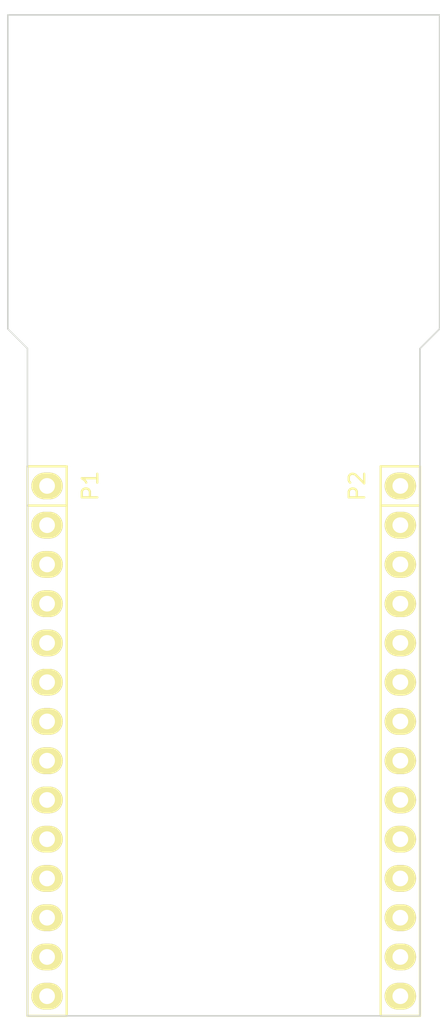
<source format=kicad_pcb>
(kicad_pcb (version 4) (host pcbnew "(2015-03-25 BZR 5536)-product")

  (general
    (links 2)
    (no_connects 2)
    (area 127.457999 61.011999 155.498001 127.481001)
    (thickness 1.6)
    (drawings 30)
    (tracks 0)
    (zones 0)
    (modules 2)
    (nets 27)
  )

  (page A4)
  (title_block
    (date "sam. 04 avril 2015")
  )

  (layers
    (0 F.Cu signal)
    (31 B.Cu signal)
    (32 B.Adhes user)
    (33 F.Adhes user)
    (34 B.Paste user)
    (35 F.Paste user)
    (36 B.SilkS user)
    (37 F.SilkS user)
    (38 B.Mask user)
    (39 F.Mask user)
    (40 Dwgs.User user)
    (41 Cmts.User user)
    (42 Eco1.User user)
    (43 Eco2.User user)
    (44 Edge.Cuts user)
    (45 Margin user)
    (46 B.CrtYd user)
    (47 F.CrtYd user)
    (48 B.Fab user)
    (49 F.Fab user)
  )

  (setup
    (last_trace_width 0.25)
    (trace_clearance 0.2)
    (zone_clearance 0.508)
    (zone_45_only no)
    (trace_min 0.2)
    (segment_width 0.15)
    (edge_width 0.1)
    (via_size 0.6)
    (via_drill 0.4)
    (via_min_size 0.4)
    (via_min_drill 0.3)
    (uvia_size 0.3)
    (uvia_drill 0.1)
    (uvias_allowed no)
    (uvia_min_size 0.2)
    (uvia_min_drill 0.1)
    (pcb_text_width 0.3)
    (pcb_text_size 1.5 1.5)
    (mod_edge_width 0.15)
    (mod_text_size 1 1)
    (mod_text_width 0.15)
    (pad_size 1.5 1.5)
    (pad_drill 0.6)
    (pad_to_mask_clearance 0)
    (aux_axis_origin 128.778 126.746)
    (visible_elements FFFFFF7F)
    (pcbplotparams
      (layerselection 0x00030_80000001)
      (usegerberextensions false)
      (excludeedgelayer true)
      (linewidth 0.100000)
      (plotframeref false)
      (viasonmask false)
      (mode 1)
      (useauxorigin false)
      (hpglpennumber 1)
      (hpglpenspeed 20)
      (hpglpendiameter 15)
      (hpglpenoverlay 2)
      (psnegative false)
      (psa4output false)
      (plotreference true)
      (plotvalue true)
      (plotinvisibletext false)
      (padsonsilk false)
      (subtractmaskfromsilk false)
      (outputformat 1)
      (mirror false)
      (drillshape 1)
      (scaleselection 1)
      (outputdirectory ""))
  )

  (net 0 "")
  (net 1 +3.3V)
  (net 2 GND)
  (net 3 /2)
  (net 4 "/3(**)")
  (net 5 /4)
  (net 6 "/5(**)")
  (net 7 "/6(**)")
  (net 8 /7)
  (net 9 /8)
  (net 10 "/9(**)")
  (net 11 "/10(**/SCK)")
  (net 12 "/11(**/MOSI)")
  (net 13 "/12(MISO)")
  (net 14 "/13(SS)")
  (net 15 /AREF)
  (net 16 /RxI)
  (net 17 /TxO)
  (net 18 /DTR)
  (net 19 /A0)
  (net 20 /A1)
  (net 21 /A2)
  (net 22 /A3)
  (net 23 "/A4(SDA)")
  (net 24 "/A5(SCL)")
  (net 25 /A6)
  (net 26 /A7)

  (net_class Default "This is the default net class."
    (clearance 0.2)
    (trace_width 0.25)
    (via_dia 0.6)
    (via_drill 0.4)
    (uvia_dia 0.3)
    (uvia_drill 0.1)
    (add_net +3.3V)
    (add_net "/10(**/SCK)")
    (add_net "/11(**/MOSI)")
    (add_net "/12(MISO)")
    (add_net "/13(SS)")
    (add_net /2)
    (add_net "/3(**)")
    (add_net /4)
    (add_net "/5(**)")
    (add_net "/6(**)")
    (add_net /7)
    (add_net /8)
    (add_net "/9(**)")
    (add_net /A0)
    (add_net /A1)
    (add_net /A2)
    (add_net /A3)
    (add_net "/A4(SDA)")
    (add_net "/A5(SCL)")
    (add_net /A6)
    (add_net /A7)
    (add_net /AREF)
    (add_net /DTR)
    (add_net /RxI)
    (add_net /TxO)
    (add_net GND)
  )

  (module Socket_Arduino_Fio:Socket_Strip_Straight_1x14 (layer F.Cu) (tedit 551FD5D4) (tstamp 551FD256)
    (at 130.048 92.456 270)
    (descr "Through hole socket strip")
    (tags "socket strip")
    (path /551FCE8A)
    (fp_text reference P1 (at 0 -2.794 270) (layer F.SilkS)
      (effects (font (size 1 1) (thickness 0.15)))
    )
    (fp_text value Digital (at 3.81 -2.794 270) (layer F.Fab)
      (effects (font (size 1 1) (thickness 0.15)))
    )
    (fp_line (start -1.27 -1.27) (end -1.27 1.27) (layer F.SilkS) (width 0.15))
    (fp_line (start -1.27 1.27) (end 1.27 1.27) (layer F.SilkS) (width 0.15))
    (fp_line (start -1.27 -1.27) (end 1.27 -1.27) (layer F.SilkS) (width 0.15))
    (fp_line (start -1.75 -1.75) (end -1.75 1.75) (layer F.CrtYd) (width 0.05))
    (fp_line (start 34.8 -1.75) (end 34.8 1.75) (layer F.CrtYd) (width 0.05))
    (fp_line (start -1.75 -1.75) (end 34.8 -1.75) (layer F.CrtYd) (width 0.05))
    (fp_line (start -1.75 1.75) (end 34.8 1.75) (layer F.CrtYd) (width 0.05))
    (fp_line (start 1.27 -1.27) (end 34.29 -1.27) (layer F.SilkS) (width 0.15))
    (fp_line (start 34.29 -1.27) (end 34.29 1.27) (layer F.SilkS) (width 0.15))
    (fp_line (start 34.29 1.27) (end 1.27 1.27) (layer F.SilkS) (width 0.15))
    (fp_line (start 1.27 1.27) (end 1.27 -1.27) (layer F.SilkS) (width 0.15))
    (pad 1 thru_hole oval (at 0 0 270) (size 1.7272 2.032) (drill 1.016) (layers *.Cu *.Mask F.SilkS)
      (net 1 +3.3V))
    (pad 2 thru_hole oval (at 2.54 0 270) (size 1.7272 2.032) (drill 1.016) (layers *.Cu *.Mask F.SilkS)
      (net 2 GND))
    (pad 3 thru_hole oval (at 5.08 0 270) (size 1.7272 2.032) (drill 1.016) (layers *.Cu *.Mask F.SilkS)
      (net 3 /2))
    (pad 4 thru_hole oval (at 7.62 0 270) (size 1.7272 2.032) (drill 1.016) (layers *.Cu *.Mask F.SilkS)
      (net 4 "/3(**)"))
    (pad 5 thru_hole oval (at 10.16 0 270) (size 1.7272 2.032) (drill 1.016) (layers *.Cu *.Mask F.SilkS)
      (net 5 /4))
    (pad 6 thru_hole oval (at 12.7 0 270) (size 1.7272 2.032) (drill 1.016) (layers *.Cu *.Mask F.SilkS)
      (net 6 "/5(**)"))
    (pad 7 thru_hole oval (at 15.24 0 270) (size 1.7272 2.032) (drill 1.016) (layers *.Cu *.Mask F.SilkS)
      (net 7 "/6(**)"))
    (pad 8 thru_hole oval (at 17.78 0 270) (size 1.7272 2.032) (drill 1.016) (layers *.Cu *.Mask F.SilkS)
      (net 8 /7))
    (pad 9 thru_hole oval (at 20.32 0 270) (size 1.7272 2.032) (drill 1.016) (layers *.Cu *.Mask F.SilkS)
      (net 9 /8))
    (pad 10 thru_hole oval (at 22.86 0 270) (size 1.7272 2.032) (drill 1.016) (layers *.Cu *.Mask F.SilkS)
      (net 10 "/9(**)"))
    (pad 11 thru_hole oval (at 25.4 0 270) (size 1.7272 2.032) (drill 1.016) (layers *.Cu *.Mask F.SilkS)
      (net 11 "/10(**/SCK)"))
    (pad 12 thru_hole oval (at 27.94 0 270) (size 1.7272 2.032) (drill 1.016) (layers *.Cu *.Mask F.SilkS)
      (net 12 "/11(**/MOSI)"))
    (pad 13 thru_hole oval (at 30.48 0 270) (size 1.7272 2.032) (drill 1.016) (layers *.Cu *.Mask F.SilkS)
      (net 13 "/12(MISO)"))
    (pad 14 thru_hole oval (at 33.02 0 270) (size 1.7272 2.032) (drill 1.016) (layers *.Cu *.Mask F.SilkS)
      (net 14 "/13(SS)"))
    (model ${KIPRJMOD}/Socket_Arduino_Fio.3dshapes/Socket_header_Arduino_1x14.wrl
      (at (xyz 0.65 0 0))
      (scale (xyz 1 1 1))
      (rotate (xyz 0 0 180))
    )
  )

  (module Socket_Arduino_Fio:Socket_Strip_Straight_1x14 (layer F.Cu) (tedit 551FD5EA) (tstamp 551FD273)
    (at 152.908 92.456 270)
    (descr "Through hole socket strip")
    (tags "socket strip")
    (path /551FCED2)
    (fp_text reference P2 (at 0 2.794 270) (layer F.SilkS)
      (effects (font (size 1 1) (thickness 0.15)))
    )
    (fp_text value Analog (at 3.81 2.794 270) (layer F.Fab)
      (effects (font (size 1 1) (thickness 0.15)))
    )
    (fp_line (start -1.27 -1.27) (end -1.27 1.27) (layer F.SilkS) (width 0.15))
    (fp_line (start -1.27 1.27) (end 1.27 1.27) (layer F.SilkS) (width 0.15))
    (fp_line (start -1.27 -1.27) (end 1.27 -1.27) (layer F.SilkS) (width 0.15))
    (fp_line (start -1.75 -1.75) (end -1.75 1.75) (layer F.CrtYd) (width 0.05))
    (fp_line (start 34.8 -1.75) (end 34.8 1.75) (layer F.CrtYd) (width 0.05))
    (fp_line (start -1.75 -1.75) (end 34.8 -1.75) (layer F.CrtYd) (width 0.05))
    (fp_line (start -1.75 1.75) (end 34.8 1.75) (layer F.CrtYd) (width 0.05))
    (fp_line (start 1.27 -1.27) (end 34.29 -1.27) (layer F.SilkS) (width 0.15))
    (fp_line (start 34.29 -1.27) (end 34.29 1.27) (layer F.SilkS) (width 0.15))
    (fp_line (start 34.29 1.27) (end 1.27 1.27) (layer F.SilkS) (width 0.15))
    (fp_line (start 1.27 1.27) (end 1.27 -1.27) (layer F.SilkS) (width 0.15))
    (pad 1 thru_hole oval (at 0 0 270) (size 1.7272 2.032) (drill 1.016) (layers *.Cu *.Mask F.SilkS)
      (net 2 GND))
    (pad 2 thru_hole oval (at 2.54 0 270) (size 1.7272 2.032) (drill 1.016) (layers *.Cu *.Mask F.SilkS)
      (net 15 /AREF))
    (pad 3 thru_hole oval (at 5.08 0 270) (size 1.7272 2.032) (drill 1.016) (layers *.Cu *.Mask F.SilkS)
      (net 1 +3.3V))
    (pad 4 thru_hole oval (at 7.62 0 270) (size 1.7272 2.032) (drill 1.016) (layers *.Cu *.Mask F.SilkS)
      (net 16 /RxI))
    (pad 5 thru_hole oval (at 10.16 0 270) (size 1.7272 2.032) (drill 1.016) (layers *.Cu *.Mask F.SilkS)
      (net 17 /TxO))
    (pad 6 thru_hole oval (at 12.7 0 270) (size 1.7272 2.032) (drill 1.016) (layers *.Cu *.Mask F.SilkS)
      (net 18 /DTR))
    (pad 7 thru_hole oval (at 15.24 0 270) (size 1.7272 2.032) (drill 1.016) (layers *.Cu *.Mask F.SilkS)
      (net 19 /A0))
    (pad 8 thru_hole oval (at 17.78 0 270) (size 1.7272 2.032) (drill 1.016) (layers *.Cu *.Mask F.SilkS)
      (net 20 /A1))
    (pad 9 thru_hole oval (at 20.32 0 270) (size 1.7272 2.032) (drill 1.016) (layers *.Cu *.Mask F.SilkS)
      (net 21 /A2))
    (pad 10 thru_hole oval (at 22.86 0 270) (size 1.7272 2.032) (drill 1.016) (layers *.Cu *.Mask F.SilkS)
      (net 22 /A3))
    (pad 11 thru_hole oval (at 25.4 0 270) (size 1.7272 2.032) (drill 1.016) (layers *.Cu *.Mask F.SilkS)
      (net 23 "/A4(SDA)"))
    (pad 12 thru_hole oval (at 27.94 0 270) (size 1.7272 2.032) (drill 1.016) (layers *.Cu *.Mask F.SilkS)
      (net 24 "/A5(SCL)"))
    (pad 13 thru_hole oval (at 30.48 0 270) (size 1.7272 2.032) (drill 1.016) (layers *.Cu *.Mask F.SilkS)
      (net 25 /A6))
    (pad 14 thru_hole oval (at 33.02 0 270) (size 1.7272 2.032) (drill 1.016) (layers *.Cu *.Mask F.SilkS)
      (net 26 /A7))
    (model ${KIPRJMOD}/Socket_Arduino_Fio.3dshapes/Socket_header_Arduino_1x14.wrl
      (at (xyz 0.65 0 0))
      (scale (xyz 1 1 1))
      (rotate (xyz 0 0 180))
    )
  )

  (gr_text "1\n" (at 128.016 92.456) (layer Dwgs.User)
    (effects (font (size 1.5 1.5) (thickness 0.3)))
  )
  (gr_line (start 138.938 124.206) (end 138.938 119.126) (angle 90) (layer Dwgs.User) (width 0.15))
  (gr_line (start 144.018 124.206) (end 138.938 124.206) (angle 90) (layer Dwgs.User) (width 0.15))
  (gr_line (start 144.018 119.126) (end 144.018 124.206) (angle 90) (layer Dwgs.User) (width 0.15))
  (gr_line (start 138.938 119.126) (end 144.018 119.126) (angle 90) (layer Dwgs.User) (width 0.15))
  (gr_circle (center 141.478 121.666) (end 140.208 121.666) (layer Dwgs.User) (width 0.15))
  (gr_line (start 137.668 117.856) (end 137.668 112.776) (angle 90) (layer Dwgs.User) (width 0.15))
  (gr_line (start 145.288 117.856) (end 137.668 117.856) (angle 90) (layer Dwgs.User) (width 0.15))
  (gr_line (start 145.288 112.776) (end 145.288 117.856) (angle 90) (layer Dwgs.User) (width 0.15))
  (gr_line (start 137.668 112.776) (end 145.288 112.776) (angle 90) (layer Dwgs.User) (width 0.15))
  (gr_line (start 148.59 91.059) (end 148.59 83.693) (angle 90) (layer Dwgs.User) (width 0.15))
  (gr_line (start 152.146 91.059) (end 148.59 91.059) (angle 90) (layer Dwgs.User) (width 0.15))
  (gr_line (start 152.146 83.693) (end 152.146 91.059) (angle 90) (layer Dwgs.User) (width 0.15))
  (gr_line (start 148.59 83.693) (end 152.146 83.693) (angle 90) (layer Dwgs.User) (width 0.15))
  (gr_line (start 140.97 61.087) (end 133.35 61.087) (angle 90) (layer Dwgs.User) (width 0.15))
  (gr_line (start 140.97 70.866) (end 140.97 61.087) (angle 90) (layer Dwgs.User) (width 0.15))
  (gr_line (start 133.35 70.866) (end 140.97 70.866) (angle 90) (layer Dwgs.User) (width 0.15))
  (gr_line (start 133.35 61.087) (end 133.35 70.866) (angle 90) (layer Dwgs.User) (width 0.15))
  (gr_line (start 143.002 70.866) (end 143.002 62.738) (angle 90) (layer Dwgs.User) (width 0.15))
  (gr_line (start 151.13 70.866) (end 143.002 70.866) (angle 90) (layer Dwgs.User) (width 0.15))
  (gr_line (start 151.13 62.738) (end 151.13 70.866) (angle 90) (layer Dwgs.User) (width 0.15))
  (gr_line (start 143.002 62.738) (end 151.13 62.738) (angle 90) (layer Dwgs.User) (width 0.15))
  (gr_line (start 128.778 83.566) (end 128.778 126.746) (angle 90) (layer Edge.Cuts) (width 0.1))
  (gr_line (start 127.508 82.296) (end 128.778 83.566) (angle 90) (layer Edge.Cuts) (width 0.1))
  (gr_line (start 127.508 61.976) (end 127.508 82.296) (angle 90) (layer Edge.Cuts) (width 0.1))
  (gr_line (start 155.448 61.976) (end 127.508 61.976) (angle 90) (layer Edge.Cuts) (width 0.1))
  (gr_line (start 155.448 82.296) (end 155.448 61.976) (angle 90) (layer Edge.Cuts) (width 0.1))
  (gr_line (start 154.178 83.566) (end 155.448 82.296) (angle 90) (layer Edge.Cuts) (width 0.1))
  (gr_line (start 154.178 126.746) (end 154.178 83.566) (angle 90) (layer Edge.Cuts) (width 0.1))
  (gr_line (start 128.778 126.746) (end 154.178 126.746) (angle 90) (layer Edge.Cuts) (width 0.1))

)

</source>
